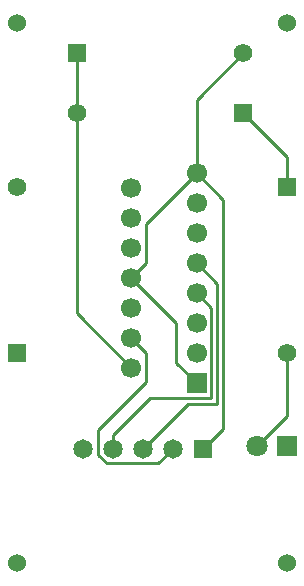
<source format=gbr>
%TF.GenerationSoftware,Altium Limited,Altium Designer,23.3.1 (30)*%
G04 Layer_Physical_Order=1*
G04 Layer_Color=255*
%FSLAX45Y45*%
%MOMM*%
%TF.SameCoordinates,796C1B80-4156-4CD7-A6E5-B9CE5994D65D*%
%TF.FilePolarity,Positive*%
%TF.FileFunction,Copper,L1,Top,Signal*%
%TF.Part,Single*%
G01*
G75*
%TA.AperFunction,Conductor*%
%ADD10C,0.25400*%
%TA.AperFunction,ComponentPad*%
%ADD11C,1.57500*%
%ADD12R,1.57500X1.57500*%
%TA.AperFunction,ViaPad*%
%ADD13C,1.52400*%
%TA.AperFunction,ComponentPad*%
%ADD14C,1.69494*%
%ADD15R,1.69494X1.69494*%
%ADD16R,1.65000X1.65000*%
%ADD17C,1.65000*%
%ADD18R,1.80000X1.80000*%
%ADD19C,1.80000*%
%ADD20R,1.57500X1.57500*%
D10*
X10160000Y9030000D02*
Y9284000D01*
X9792000Y9652000D02*
X10160000Y9284000D01*
X8844991Y8255000D02*
X8968740Y8378749D01*
Y8714740D01*
X9398000Y9144000D01*
X8844991Y8255000D02*
X9224350Y7875641D01*
Y7539650D02*
Y7875641D01*
Y7539650D02*
X9398000Y7366000D01*
Y9144000D02*
Y9766000D01*
X9792000Y10160000D01*
X9398000Y9144000D02*
X9622450Y8919550D01*
Y6980850D02*
Y8919550D01*
X9448800Y6807200D02*
X9622450Y6980850D01*
X8382000Y9652000D02*
Y10160000D01*
Y7955991D02*
Y9652000D01*
Y7955991D02*
X8844991Y7493000D01*
X10160000Y7086600D02*
Y7620000D01*
X9906000Y6832600D02*
X10160000Y7086600D01*
X8940800Y6807200D02*
X9325950Y7192350D01*
X9571650D01*
Y8208350D01*
X9398000Y8382000D02*
X9571650Y8208350D01*
X8686800Y6807200D02*
Y6926580D01*
X9003370Y7243150D01*
X9520850D01*
Y8005150D01*
X9398000Y8128000D02*
X9520850Y8005150D01*
X9072880Y6685280D02*
X9194800Y6807200D01*
X8636000Y6685280D02*
X9072880D01*
X8564880Y6756400D02*
X8636000Y6685280D01*
X8564880Y6756400D02*
Y6967220D01*
X8968740Y7371080D01*
Y7623251D01*
X8844991Y7747000D02*
X8968740Y7623251D01*
D11*
X7874000Y9030000D02*
D03*
X10160000Y7620000D02*
D03*
X8382000Y9652000D02*
D03*
X9792000Y10160000D02*
D03*
D12*
X7874000Y7620000D02*
D03*
X10160000Y9030000D02*
D03*
D13*
X7874000Y10414000D02*
D03*
X10160000D02*
D03*
Y5842000D02*
D03*
X7874000D02*
D03*
D14*
X8844991Y9017000D02*
D03*
Y8763000D02*
D03*
Y8509000D02*
D03*
Y8255000D02*
D03*
Y8001000D02*
D03*
Y7747000D02*
D03*
Y7493000D02*
D03*
X9398000Y9144000D02*
D03*
Y8890000D02*
D03*
Y8636000D02*
D03*
Y8382000D02*
D03*
Y8128000D02*
D03*
Y7874000D02*
D03*
Y7620000D02*
D03*
D15*
Y7366000D02*
D03*
D16*
X9448800Y6807200D02*
D03*
D17*
X9194800D02*
D03*
X8940800D02*
D03*
X8686800D02*
D03*
X8432800D02*
D03*
D18*
X10160000Y6832600D02*
D03*
D19*
X9906000D02*
D03*
D20*
X9792000Y9652000D02*
D03*
X8382000Y10160000D02*
D03*
%TF.MD5,391570994b223479813185a07973a824*%
M02*

</source>
